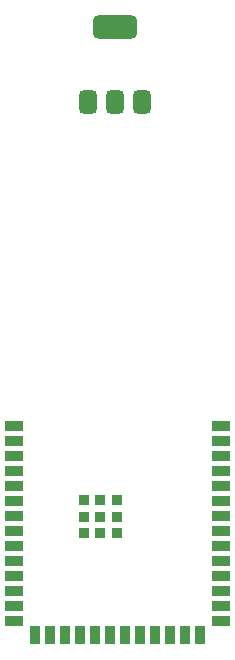
<source format=gbr>
%TF.GenerationSoftware,KiCad,Pcbnew,9.0.5*%
%TF.CreationDate,2025-11-26T15:00:46+01:00*%
%TF.ProjectId,planA,706c616e-412e-46b6-9963-61645f706362,rev?*%
%TF.SameCoordinates,Original*%
%TF.FileFunction,Paste,Top*%
%TF.FilePolarity,Positive*%
%FSLAX46Y46*%
G04 Gerber Fmt 4.6, Leading zero omitted, Abs format (unit mm)*
G04 Created by KiCad (PCBNEW 9.0.5) date 2025-11-26 15:00:46*
%MOMM*%
%LPD*%
G01*
G04 APERTURE LIST*
G04 Aperture macros list*
%AMRoundRect*
0 Rectangle with rounded corners*
0 $1 Rounding radius*
0 $2 $3 $4 $5 $6 $7 $8 $9 X,Y pos of 4 corners*
0 Add a 4 corners polygon primitive as box body*
4,1,4,$2,$3,$4,$5,$6,$7,$8,$9,$2,$3,0*
0 Add four circle primitives for the rounded corners*
1,1,$1+$1,$2,$3*
1,1,$1+$1,$4,$5*
1,1,$1+$1,$6,$7*
1,1,$1+$1,$8,$9*
0 Add four rect primitives between the rounded corners*
20,1,$1+$1,$2,$3,$4,$5,0*
20,1,$1+$1,$4,$5,$6,$7,0*
20,1,$1+$1,$6,$7,$8,$9,0*
20,1,$1+$1,$8,$9,$2,$3,0*%
G04 Aperture macros list end*
%ADD10RoundRect,0.375000X0.375000X-0.625000X0.375000X0.625000X-0.375000X0.625000X-0.375000X-0.625000X0*%
%ADD11RoundRect,0.500000X1.400000X-0.500000X1.400000X0.500000X-1.400000X0.500000X-1.400000X-0.500000X0*%
%ADD12R,1.500000X0.900000*%
%ADD13R,0.900000X1.500000*%
%ADD14R,0.900000X0.900000*%
G04 APERTURE END LIST*
D10*
%TO.C,U2*%
X136950000Y-72820000D03*
X139250000Y-72820000D03*
D11*
X139250000Y-66520000D03*
D10*
X141550000Y-72820000D03*
%TD*%
D12*
%TO.C,U1*%
X130750000Y-100240000D03*
X130750000Y-101510000D03*
X130750000Y-102780000D03*
X130750000Y-104050000D03*
X130750000Y-105320000D03*
X130750000Y-106590000D03*
X130750000Y-107860000D03*
X130750000Y-109130000D03*
X130750000Y-110400000D03*
X130750000Y-111670000D03*
X130750000Y-112940000D03*
X130750000Y-114210000D03*
X130750000Y-115480000D03*
X130750000Y-116750000D03*
D13*
X132515000Y-118000000D03*
X133785000Y-118000000D03*
X135055000Y-118000000D03*
X136325000Y-118000000D03*
X137595000Y-118000000D03*
X138865000Y-118000000D03*
X140135000Y-118000000D03*
X141405000Y-118000000D03*
X142675000Y-118000000D03*
X143945000Y-118000000D03*
X145215000Y-118000000D03*
X146485000Y-118000000D03*
D12*
X148250000Y-116750000D03*
X148250000Y-115480000D03*
X148250000Y-114210000D03*
X148250000Y-112940000D03*
X148250000Y-111670000D03*
X148250000Y-110400000D03*
X148250000Y-109130000D03*
X148250000Y-107860000D03*
X148250000Y-106590000D03*
X148250000Y-105320000D03*
X148250000Y-104050000D03*
X148250000Y-102780000D03*
X148250000Y-101510000D03*
X148250000Y-100240000D03*
D14*
X136600000Y-106560000D03*
X136600000Y-107960000D03*
X136600000Y-109360000D03*
X136600000Y-109360000D03*
X138000000Y-106560000D03*
X138000000Y-106560000D03*
X138000000Y-107960000D03*
X138000000Y-109360000D03*
X139400000Y-106560000D03*
X139400000Y-107960000D03*
X139400000Y-109360000D03*
%TD*%
M02*

</source>
